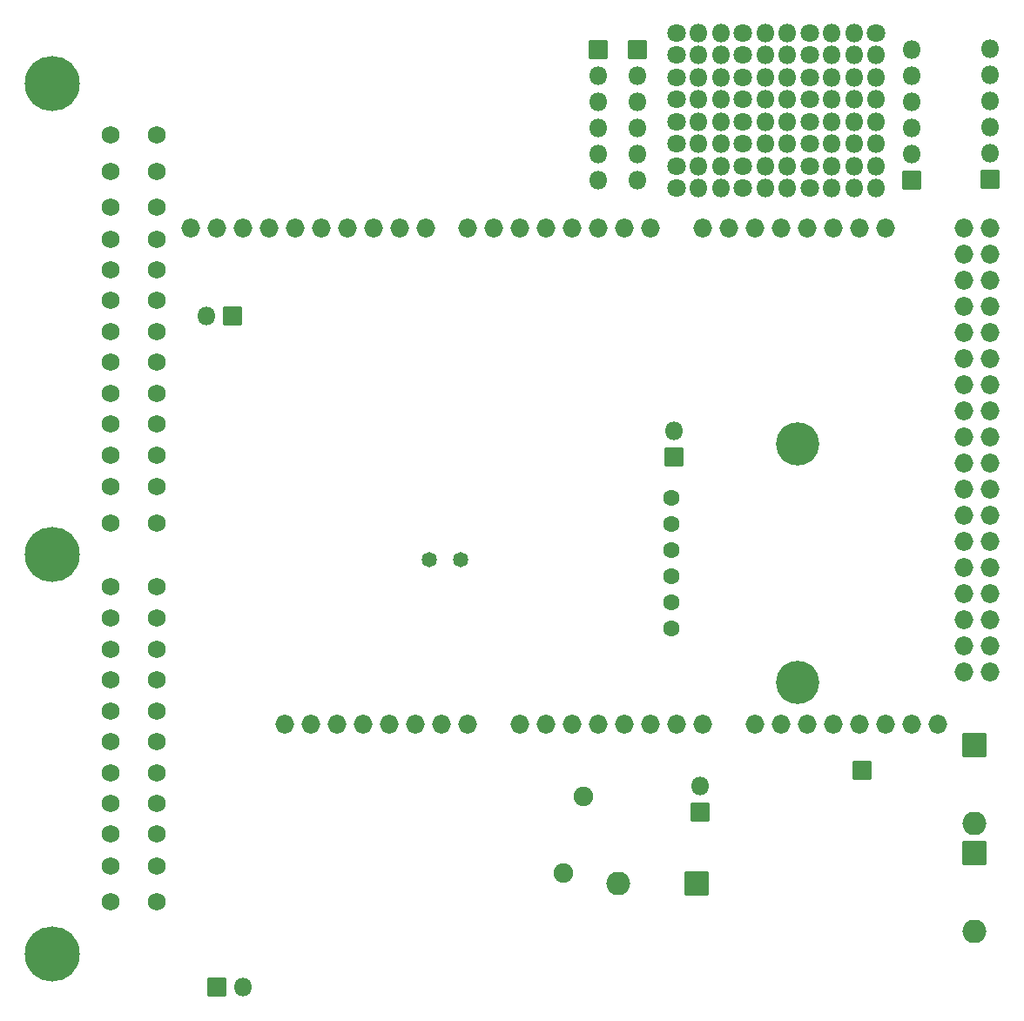
<source format=gbs>
%TF.GenerationSoftware,KiCad,Pcbnew,7.0.1-0*%
%TF.CreationDate,2023-05-22T10:15:59+10:00*%
%TF.ProjectId,NA6 v1.3,4e413620-7631-42e3-932e-6b696361645f,rev?*%
%TF.SameCoordinates,Original*%
%TF.FileFunction,Soldermask,Bot*%
%TF.FilePolarity,Negative*%
%FSLAX46Y46*%
G04 Gerber Fmt 4.6, Leading zero omitted, Abs format (unit mm)*
G04 Created by KiCad (PCBNEW 7.0.1-0) date 2023-05-22 10:15:59*
%MOMM*%
%LPD*%
G01*
G04 APERTURE LIST*
G04 Aperture macros list*
%AMRoundRect*
0 Rectangle with rounded corners*
0 $1 Rounding radius*
0 $2 $3 $4 $5 $6 $7 $8 $9 X,Y pos of 4 corners*
0 Add a 4 corners polygon primitive as box body*
4,1,4,$2,$3,$4,$5,$6,$7,$8,$9,$2,$3,0*
0 Add four circle primitives for the rounded corners*
1,1,$1+$1,$2,$3*
1,1,$1+$1,$4,$5*
1,1,$1+$1,$6,$7*
1,1,$1+$1,$8,$9*
0 Add four rect primitives between the rounded corners*
20,1,$1+$1,$2,$3,$4,$5,0*
20,1,$1+$1,$4,$5,$6,$7,0*
20,1,$1+$1,$6,$7,$8,$9,0*
20,1,$1+$1,$8,$9,$2,$3,0*%
G04 Aperture macros list end*
%ADD10O,1.802000X1.802000*%
%ADD11C,1.802000*%
%ADD12C,5.352000*%
%ADD13C,1.752000*%
%ADD14C,1.483000*%
%ADD15RoundRect,0.051000X0.850000X0.850000X-0.850000X0.850000X-0.850000X-0.850000X0.850000X-0.850000X0*%
%ADD16RoundRect,0.051000X-0.850000X-0.850000X0.850000X-0.850000X0.850000X0.850000X-0.850000X0.850000X0*%
%ADD17C,1.602000*%
%ADD18C,4.202000*%
%ADD19C,1.902000*%
%ADD20O,2.302000X2.302000*%
%ADD21RoundRect,0.051000X1.100000X1.100000X-1.100000X1.100000X-1.100000X-1.100000X1.100000X-1.100000X0*%
%ADD22RoundRect,0.051000X-1.100000X1.100000X-1.100000X-1.100000X1.100000X-1.100000X1.100000X1.100000X0*%
%ADD23O,1.829200X1.829200*%
%ADD24RoundRect,0.051000X-0.850000X0.850000X-0.850000X-0.850000X0.850000X-0.850000X0.850000X0.850000X0*%
%ADD25RoundRect,0.051000X0.850000X-0.850000X0.850000X0.850000X-0.850000X0.850000X-0.850000X-0.850000X0*%
G04 APERTURE END LIST*
D10*
X184658000Y-37465000D03*
X193294000Y-37465000D03*
D11*
X176022000Y-37465000D03*
D10*
X186817000Y-37465000D03*
X180340000Y-37465000D03*
X191135000Y-37465000D03*
D11*
X195453000Y-37465000D03*
X182499000Y-37465000D03*
D10*
X178181000Y-37465000D03*
D11*
X188976000Y-37465000D03*
D10*
X184658000Y-39624000D03*
X193294000Y-39624000D03*
D11*
X176022000Y-39624000D03*
D10*
X186817000Y-39624000D03*
X180340000Y-39624000D03*
X191135000Y-39624000D03*
X195453000Y-39624000D03*
D11*
X182499000Y-39624000D03*
D10*
X178181000Y-39624000D03*
D11*
X188976000Y-39624000D03*
D10*
X184658000Y-41783000D03*
X193294000Y-41783000D03*
D11*
X176022000Y-41783000D03*
D10*
X191135000Y-41783000D03*
X195453000Y-41783000D03*
D11*
X182499000Y-41783000D03*
D10*
X178181000Y-41783000D03*
X186817000Y-41783000D03*
X180340000Y-41783000D03*
D11*
X188976000Y-41783000D03*
D10*
X195453000Y-43942000D03*
X180340000Y-43942000D03*
X186817000Y-43942000D03*
X184658000Y-43942000D03*
X191135000Y-43942000D03*
D11*
X188976000Y-43942000D03*
D10*
X193294000Y-43942000D03*
D11*
X176022000Y-43942000D03*
D10*
X178181000Y-43942000D03*
D11*
X182499000Y-43942000D03*
D10*
X186817000Y-46101000D03*
X184658000Y-46101000D03*
D11*
X182499000Y-46101000D03*
D10*
X178181000Y-46101000D03*
D11*
X176022000Y-46101000D03*
D10*
X180340000Y-46101000D03*
X195453000Y-46101000D03*
D11*
X188976000Y-46101000D03*
D10*
X193294000Y-46101000D03*
X191135000Y-46101000D03*
X180340000Y-48260000D03*
X178181000Y-48260000D03*
D11*
X176022000Y-48260000D03*
D10*
X186817000Y-48260000D03*
X184658000Y-48260000D03*
D11*
X182499000Y-48260000D03*
D10*
X195453000Y-48260000D03*
X193294000Y-48260000D03*
X191135000Y-48260000D03*
D11*
X188976000Y-48260000D03*
D10*
X195453000Y-50419000D03*
X193294000Y-50419000D03*
X191135000Y-50419000D03*
D11*
X188976000Y-50419000D03*
D10*
X180340000Y-50419000D03*
X178181000Y-50419000D03*
D11*
X176022000Y-50419000D03*
D10*
X186817000Y-50419000D03*
X184658000Y-50419000D03*
D11*
X182499000Y-50419000D03*
D10*
X195453000Y-52578000D03*
X193294000Y-52578000D03*
X191135000Y-52578000D03*
D11*
X188976000Y-52578000D03*
D10*
X186817000Y-52578000D03*
X184658000Y-52578000D03*
D11*
X182499000Y-52578000D03*
D10*
X180340000Y-52578000D03*
X178181000Y-52578000D03*
D11*
X176022000Y-52578000D03*
D12*
X115300000Y-127050000D03*
X115300000Y-88200000D03*
X115300000Y-42350000D03*
D13*
X121000000Y-47400000D03*
X121000000Y-50900000D03*
X121000000Y-54400000D03*
X121000000Y-57500000D03*
X121000000Y-60500000D03*
X121000000Y-63500000D03*
X121000000Y-66500000D03*
X121000000Y-69500000D03*
X121000000Y-72500000D03*
X121000000Y-75500000D03*
X121000000Y-78500000D03*
X121000000Y-81600000D03*
X121000000Y-85100000D03*
X121000000Y-91300000D03*
X121000000Y-94400000D03*
X121000000Y-97400000D03*
X121000000Y-100400000D03*
X121000000Y-103400000D03*
X121000000Y-106400000D03*
X121000000Y-109400000D03*
X121000000Y-112400000D03*
X121000000Y-115400000D03*
X121000000Y-118500000D03*
X121000000Y-122000000D03*
X125500000Y-47400000D03*
X125500000Y-50900000D03*
X125500000Y-54400000D03*
X125500000Y-57500000D03*
X125500000Y-60500000D03*
X125500000Y-63500000D03*
X125500000Y-66500000D03*
X125500000Y-69500000D03*
X125500000Y-72500000D03*
X125500000Y-75500000D03*
X125500000Y-78500000D03*
X125500000Y-81600000D03*
X125500000Y-85100000D03*
X125500000Y-91300000D03*
X125500000Y-94400000D03*
X125500000Y-97400000D03*
X125500000Y-100400000D03*
X125500000Y-103400000D03*
X125500000Y-106400000D03*
X125500000Y-109400000D03*
X125500000Y-112400000D03*
X125500000Y-115400000D03*
X125500000Y-118500000D03*
X125500000Y-122000000D03*
D14*
X155000000Y-88714000D03*
X152000000Y-88714000D03*
D10*
X206500000Y-39014000D03*
X206500000Y-41554000D03*
X206500000Y-44094000D03*
X206500000Y-46634000D03*
X206500000Y-49174000D03*
D15*
X206500000Y-51714000D03*
X198882000Y-51816000D03*
D10*
X198882000Y-49276000D03*
X198882000Y-46736000D03*
X198882000Y-44196000D03*
X198882000Y-41656000D03*
X198882000Y-39116000D03*
D16*
X172212000Y-39116000D03*
D10*
X172212000Y-41656000D03*
X172212000Y-44196000D03*
X172212000Y-46736000D03*
X172212000Y-49276000D03*
X172212000Y-51816000D03*
D17*
X175500000Y-82714000D03*
X175500000Y-85254000D03*
X175500000Y-87794000D03*
X175500000Y-90334000D03*
X175500000Y-92874000D03*
X175500000Y-95414000D03*
D18*
X187820000Y-100614000D03*
X187820000Y-77464000D03*
D19*
X167000000Y-111714000D03*
X165000000Y-119214000D03*
D20*
X170380000Y-120214000D03*
D21*
X178000000Y-120214000D03*
D22*
X205000000Y-117214000D03*
D20*
X205000000Y-124834000D03*
D22*
X205000000Y-106714000D03*
D20*
X205000000Y-114334000D03*
D23*
X160800000Y-104674000D03*
X155720000Y-104674000D03*
X153180000Y-104674000D03*
X150640000Y-104674000D03*
X148100000Y-104674000D03*
X145560000Y-104674000D03*
X143020000Y-104674000D03*
X140480000Y-104674000D03*
X196360000Y-56414000D03*
X193820000Y-56414000D03*
X191280000Y-56414000D03*
X188740000Y-56414000D03*
X186200000Y-56414000D03*
X183660000Y-56414000D03*
X181120000Y-56414000D03*
X178580000Y-56414000D03*
X173500000Y-56414000D03*
X170960000Y-56414000D03*
X168420000Y-56414000D03*
X165880000Y-56414000D03*
X163340000Y-56414000D03*
X160800000Y-56414000D03*
X158260000Y-56414000D03*
X155720000Y-56414000D03*
X136416000Y-56414000D03*
X151656000Y-56414000D03*
X149116000Y-56414000D03*
X146576000Y-56414000D03*
X128796000Y-56414000D03*
X131336000Y-56414000D03*
X133876000Y-56414000D03*
X138956000Y-56414000D03*
X141496000Y-56414000D03*
X144036000Y-56414000D03*
X137940000Y-104674000D03*
X163340000Y-104674000D03*
X165880000Y-104674000D03*
X168420000Y-104674000D03*
X170960000Y-104674000D03*
X173500000Y-104674000D03*
X176040000Y-104674000D03*
X178580000Y-104674000D03*
X183660000Y-104674000D03*
X186200000Y-104674000D03*
X188740000Y-104674000D03*
X191280000Y-104674000D03*
X193820000Y-104674000D03*
X196360000Y-104674000D03*
X198900000Y-104674000D03*
X201440000Y-104674000D03*
X203980000Y-56414000D03*
X206520000Y-56414000D03*
X203980000Y-58954000D03*
X206520000Y-58954000D03*
X203980000Y-61494000D03*
X206520000Y-61494000D03*
X203980000Y-64034000D03*
X206520000Y-64034000D03*
X203980000Y-66574000D03*
X206520000Y-66574000D03*
X203980000Y-69114000D03*
X206520000Y-69114000D03*
X203980000Y-71654000D03*
X206520000Y-71654000D03*
X203980000Y-74194000D03*
X206520000Y-74194000D03*
X203980000Y-76734000D03*
X206520000Y-76734000D03*
X203980000Y-79274000D03*
X206520000Y-79274000D03*
X203980000Y-81814000D03*
X206520000Y-81814000D03*
X203980000Y-84354000D03*
X206520000Y-84354000D03*
X203980000Y-86894000D03*
X206520000Y-86894000D03*
X203980000Y-89434000D03*
X206520000Y-89434000D03*
X203980000Y-91974000D03*
X206520000Y-91974000D03*
X203980000Y-94514000D03*
X206520000Y-94514000D03*
X203980000Y-97054000D03*
X206520000Y-97054000D03*
X203980000Y-99594000D03*
X206520000Y-99594000D03*
D24*
X132842000Y-65024000D03*
D10*
X130302000Y-65024000D03*
D16*
X168402000Y-39116000D03*
D10*
X168402000Y-41656000D03*
X168402000Y-44196000D03*
X168402000Y-46736000D03*
X168402000Y-49276000D03*
X168402000Y-51816000D03*
D25*
X131318000Y-130302000D03*
D10*
X133858000Y-130302000D03*
D15*
X175768000Y-78740000D03*
D10*
X175768000Y-76200000D03*
D15*
X178308000Y-113284000D03*
D10*
X178308000Y-110744000D03*
D16*
X194056000Y-109220000D03*
M02*

</source>
